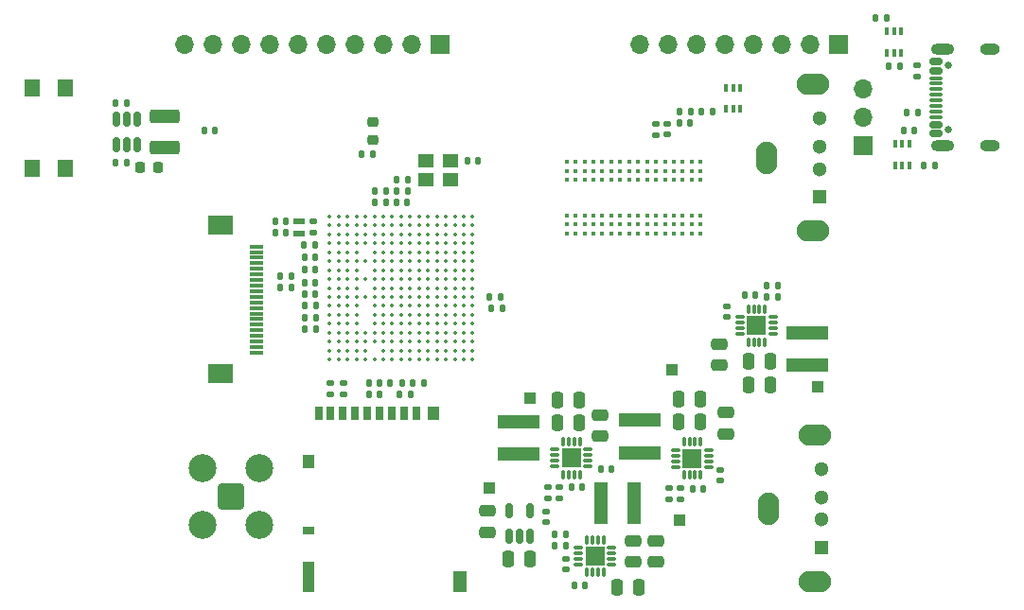
<source format=gbr>
%TF.GenerationSoftware,KiCad,Pcbnew,8.0.6*%
%TF.CreationDate,2025-04-20T13:18:45+02:00*%
%TF.ProjectId,hardware,68617264-7761-4726-952e-6b696361645f,rev?*%
%TF.SameCoordinates,Original*%
%TF.FileFunction,Soldermask,Top*%
%TF.FilePolarity,Negative*%
%FSLAX46Y46*%
G04 Gerber Fmt 4.6, Leading zero omitted, Abs format (unit mm)*
G04 Created by KiCad (PCBNEW 8.0.6) date 2025-04-20 13:18:45*
%MOMM*%
%LPD*%
G01*
G04 APERTURE LIST*
G04 Aperture macros list*
%AMRoundRect*
0 Rectangle with rounded corners*
0 $1 Rounding radius*
0 $2 $3 $4 $5 $6 $7 $8 $9 X,Y pos of 4 corners*
0 Add a 4 corners polygon primitive as box body*
4,1,4,$2,$3,$4,$5,$6,$7,$8,$9,$2,$3,0*
0 Add four circle primitives for the rounded corners*
1,1,$1+$1,$2,$3*
1,1,$1+$1,$4,$5*
1,1,$1+$1,$6,$7*
1,1,$1+$1,$8,$9*
0 Add four rect primitives between the rounded corners*
20,1,$1+$1,$2,$3,$4,$5,0*
20,1,$1+$1,$4,$5,$6,$7,0*
20,1,$1+$1,$6,$7,$8,$9,0*
20,1,$1+$1,$8,$9,$2,$3,0*%
G04 Aperture macros list end*
%ADD10C,0.340000*%
%ADD11RoundRect,0.135000X-0.135000X-0.185000X0.135000X-0.185000X0.135000X0.185000X-0.135000X0.185000X0*%
%ADD12RoundRect,0.140000X-0.140000X-0.170000X0.140000X-0.170000X0.140000X0.170000X-0.140000X0.170000X0*%
%ADD13RoundRect,0.250000X0.475000X-0.250000X0.475000X0.250000X-0.475000X0.250000X-0.475000X-0.250000X0*%
%ADD14RoundRect,0.250000X-0.250000X-0.475000X0.250000X-0.475000X0.250000X0.475000X-0.250000X0.475000X0*%
%ADD15RoundRect,0.140000X-0.170000X0.140000X-0.170000X-0.140000X0.170000X-0.140000X0.170000X0.140000X0*%
%ADD16RoundRect,0.140000X0.140000X0.170000X-0.140000X0.170000X-0.140000X-0.170000X0.140000X-0.170000X0*%
%ADD17RoundRect,0.250000X-0.475000X0.250000X-0.475000X-0.250000X0.475000X-0.250000X0.475000X0.250000X0*%
%ADD18R,3.700000X1.300000*%
%ADD19R,1.300000X3.700000*%
%ADD20RoundRect,0.135000X0.185000X-0.135000X0.185000X0.135000X-0.185000X0.135000X-0.185000X-0.135000X0*%
%ADD21RoundRect,0.135000X-0.185000X0.135000X-0.185000X-0.135000X0.185000X-0.135000X0.185000X0.135000X0*%
%ADD22R,1.000000X1.000000*%
%ADD23O,0.850000X0.280000*%
%ADD24O,0.280000X0.850000*%
%ADD25R,1.700000X1.700000*%
%ADD26R,1.400000X1.200000*%
%ADD27R,1.000000X0.500000*%
%ADD28R,1.300000X1.300000*%
%ADD29C,1.300000*%
%ADD30O,2.900000X1.900000*%
%ADD31O,1.900000X2.900000*%
%ADD32RoundRect,0.140000X0.170000X-0.140000X0.170000X0.140000X-0.170000X0.140000X-0.170000X-0.140000X0*%
%ADD33C,0.399500*%
%ADD34RoundRect,0.135000X0.135000X0.185000X-0.135000X0.185000X-0.135000X-0.185000X0.135000X-0.185000X0*%
%ADD35R,0.700000X1.200000*%
%ADD36R,1.000000X0.800000*%
%ADD37R,1.000000X1.200000*%
%ADD38R,1.000000X2.800000*%
%ADD39R,1.300000X1.900000*%
%ADD40RoundRect,0.250000X0.250000X0.475000X-0.250000X0.475000X-0.250000X-0.475000X0.250000X-0.475000X0*%
%ADD41RoundRect,0.150000X0.150000X-0.512500X0.150000X0.512500X-0.150000X0.512500X-0.150000X-0.512500X0*%
%ADD42RoundRect,0.250000X1.075000X-0.375000X1.075000X0.375000X-1.075000X0.375000X-1.075000X-0.375000X0*%
%ADD43RoundRect,0.100000X-0.100000X0.225000X-0.100000X-0.225000X0.100000X-0.225000X0.100000X0.225000X0*%
%ADD44C,0.650000*%
%ADD45RoundRect,0.150000X0.425000X-0.150000X0.425000X0.150000X-0.425000X0.150000X-0.425000X-0.150000X0*%
%ADD46RoundRect,0.075000X0.500000X-0.075000X0.500000X0.075000X-0.500000X0.075000X-0.500000X-0.075000X0*%
%ADD47O,2.100000X1.000000*%
%ADD48O,1.800000X1.000000*%
%ADD49RoundRect,0.218750X-0.256250X0.218750X-0.256250X-0.218750X0.256250X-0.218750X0.256250X0.218750X0*%
%ADD50R,1.300000X0.300000*%
%ADD51R,2.200000X1.800000*%
%ADD52R,1.400000X1.600000*%
%ADD53O,1.700000X1.700000*%
%ADD54RoundRect,0.100000X0.100000X-0.225000X0.100000X0.225000X-0.100000X0.225000X-0.100000X-0.225000X0*%
%ADD55RoundRect,0.225000X-0.225000X-0.250000X0.225000X-0.250000X0.225000X0.250000X-0.225000X0.250000X0*%
%ADD56RoundRect,0.200100X-0.949900X0.949900X-0.949900X-0.949900X0.949900X-0.949900X0.949900X0.949900X0*%
%ADD57C,2.500000*%
G04 APERTURE END LIST*
D10*
%TO.C,U2*%
X121157200Y-115366000D03*
X120357200Y-115366000D03*
X119557200Y-115366000D03*
X118757200Y-115366000D03*
X117957200Y-115366000D03*
X117157200Y-115366000D03*
X116357200Y-115366000D03*
X115557200Y-115366000D03*
X114757200Y-115366000D03*
X113957200Y-115366000D03*
X113157200Y-115366000D03*
X112357200Y-115366000D03*
X111557200Y-115366000D03*
X110757200Y-115366000D03*
X109957200Y-115366000D03*
X109157200Y-115366000D03*
X108357200Y-115366000D03*
X121157200Y-114566000D03*
X120357200Y-114566000D03*
X119557200Y-114566000D03*
X118757200Y-114566000D03*
X117957200Y-114566000D03*
X117157200Y-114566000D03*
X116357200Y-114566000D03*
X115557200Y-114566000D03*
X114757200Y-114566000D03*
X113957200Y-114566000D03*
X113157200Y-114566000D03*
X111557200Y-114566000D03*
X110757200Y-114566000D03*
X109957200Y-114566000D03*
X109157200Y-114566000D03*
X108357200Y-114566000D03*
X121157200Y-113766000D03*
X120357200Y-113766000D03*
X119557200Y-113766000D03*
X118757200Y-113766000D03*
X117957200Y-113766000D03*
X117157200Y-113766000D03*
X116357200Y-113766000D03*
X115557200Y-113766000D03*
X114757200Y-113766000D03*
X113957200Y-113766000D03*
X113157200Y-113766000D03*
X112357200Y-113766000D03*
X111557200Y-113766000D03*
X110757200Y-113766000D03*
X109957200Y-113766000D03*
X109157200Y-113766000D03*
X108357200Y-113766000D03*
X121157200Y-112966000D03*
X120357200Y-112966000D03*
X119557200Y-112966000D03*
X118757200Y-112966000D03*
X117957200Y-112966000D03*
X117157200Y-112966000D03*
X116357200Y-112966000D03*
X115557200Y-112966000D03*
X114757200Y-112966000D03*
X113957200Y-112966000D03*
X113157200Y-112966000D03*
X112357200Y-112966000D03*
X111557200Y-112966000D03*
X110757200Y-112966000D03*
X109957200Y-112966000D03*
X109157200Y-112966000D03*
X108357200Y-112966000D03*
X121157200Y-112166000D03*
X120357200Y-112166000D03*
X119557200Y-112166000D03*
X118757200Y-112166000D03*
X117957200Y-112166000D03*
X117157200Y-112166000D03*
X116357200Y-112166000D03*
X115557200Y-112166000D03*
X114757200Y-112166000D03*
X113957200Y-112166000D03*
X113157200Y-112166000D03*
X112357200Y-112166000D03*
X110757200Y-112166000D03*
X109957200Y-112166000D03*
X109157200Y-112166000D03*
X108357200Y-112166000D03*
X121157200Y-111366000D03*
X120357200Y-111366000D03*
X119557200Y-111366000D03*
X118757200Y-111366000D03*
X117957200Y-111366000D03*
X117157200Y-111366000D03*
X116357200Y-111366000D03*
X115557200Y-111366000D03*
X114757200Y-111366000D03*
X113957200Y-111366000D03*
X113157200Y-111366000D03*
X112357200Y-111366000D03*
X110757200Y-111366000D03*
X109957200Y-111366000D03*
X109157200Y-111366000D03*
X108357200Y-111366000D03*
X121157200Y-110566000D03*
X120357200Y-110566000D03*
X119557200Y-110566000D03*
X118757200Y-110566000D03*
X117957200Y-110566000D03*
X117157200Y-110566000D03*
X116357200Y-110566000D03*
X115557200Y-110566000D03*
X114757200Y-110566000D03*
X113957200Y-110566000D03*
X113157200Y-110566000D03*
X112357200Y-110566000D03*
X110757200Y-110566000D03*
X109957200Y-110566000D03*
X109157200Y-110566000D03*
X108357200Y-110566000D03*
X121157200Y-109766000D03*
X120357200Y-109766000D03*
X119557200Y-109766000D03*
X118757200Y-109766000D03*
X117957200Y-109766000D03*
X117157200Y-109766000D03*
X116357200Y-109766000D03*
X115557200Y-109766000D03*
X114757200Y-109766000D03*
X113957200Y-109766000D03*
X113157200Y-109766000D03*
X112357200Y-109766000D03*
X111557200Y-109766000D03*
X110757200Y-109766000D03*
X109957200Y-109766000D03*
X109157200Y-109766000D03*
X108357200Y-109766000D03*
X121157200Y-108966000D03*
X120357200Y-108966000D03*
X119557200Y-108966000D03*
X118757200Y-108966000D03*
X117957200Y-108966000D03*
X117157200Y-108966000D03*
X116357200Y-108966000D03*
X115557200Y-108966000D03*
X114757200Y-108966000D03*
X113957200Y-108966000D03*
X113157200Y-108966000D03*
X112357200Y-108966000D03*
X110757200Y-108966000D03*
X109957200Y-108966000D03*
X109157200Y-108966000D03*
X108357200Y-108966000D03*
X121157200Y-108166000D03*
X120357200Y-108166000D03*
X119557200Y-108166000D03*
X118757200Y-108166000D03*
X117957200Y-108166000D03*
X117157200Y-108166000D03*
X116357200Y-108166000D03*
X115557200Y-108166000D03*
X114757200Y-108166000D03*
X113957200Y-108166000D03*
X113157200Y-108166000D03*
X112357200Y-108166000D03*
X111557200Y-108166000D03*
X110757200Y-108166000D03*
X109957200Y-108166000D03*
X109157200Y-108166000D03*
X108357200Y-108166000D03*
X121157200Y-107366000D03*
X120357200Y-107366000D03*
X119557200Y-107366000D03*
X118757200Y-107366000D03*
X117957200Y-107366000D03*
X117157200Y-107366000D03*
X116357200Y-107366000D03*
X115557200Y-107366000D03*
X114757200Y-107366000D03*
X113957200Y-107366000D03*
X113157200Y-107366000D03*
X112357200Y-107366000D03*
X110757200Y-107366000D03*
X109957200Y-107366000D03*
X109157200Y-107366000D03*
X108357200Y-107366000D03*
X121157200Y-106566000D03*
X120357200Y-106566000D03*
X119557200Y-106566000D03*
X118757200Y-106566000D03*
X117957200Y-106566000D03*
X117157200Y-106566000D03*
X116357200Y-106566000D03*
X115557200Y-106566000D03*
X114757200Y-106566000D03*
X113957200Y-106566000D03*
X113157200Y-106566000D03*
X112357200Y-106566000D03*
X111557200Y-106566000D03*
X110757200Y-106566000D03*
X109957200Y-106566000D03*
X109157200Y-106566000D03*
X108357200Y-106566000D03*
X121157200Y-105766000D03*
X120357200Y-105766000D03*
X119557200Y-105766000D03*
X118757200Y-105766000D03*
X117957200Y-105766000D03*
X117157200Y-105766000D03*
X116357200Y-105766000D03*
X115557200Y-105766000D03*
X114757200Y-105766000D03*
X113957200Y-105766000D03*
X113157200Y-105766000D03*
X112357200Y-105766000D03*
X110757200Y-105766000D03*
X109957200Y-105766000D03*
X109157200Y-105766000D03*
X108357200Y-105766000D03*
X121157200Y-104966000D03*
X120357200Y-104966000D03*
X119557200Y-104966000D03*
X118757200Y-104966000D03*
X117957200Y-104966000D03*
X117157200Y-104966000D03*
X116357200Y-104966000D03*
X115557200Y-104966000D03*
X114757200Y-104966000D03*
X113957200Y-104966000D03*
X113157200Y-104966000D03*
X112357200Y-104966000D03*
X111557200Y-104966000D03*
X110757200Y-104966000D03*
X109957200Y-104966000D03*
X109157200Y-104966000D03*
X108357200Y-104966000D03*
X121157200Y-104166000D03*
X120357200Y-104166000D03*
X119557200Y-104166000D03*
X118757200Y-104166000D03*
X117957200Y-104166000D03*
X117157200Y-104166000D03*
X116357200Y-104166000D03*
X115557200Y-104166000D03*
X114757200Y-104166000D03*
X113957200Y-104166000D03*
X113157200Y-104166000D03*
X112357200Y-104166000D03*
X111557200Y-104166000D03*
X110757200Y-104166000D03*
X109957200Y-104166000D03*
X109157200Y-104166000D03*
X108357200Y-104166000D03*
X121157200Y-103366000D03*
X120357200Y-103366000D03*
X119557200Y-103366000D03*
X118757200Y-103366000D03*
X117957200Y-103366000D03*
X117157200Y-103366000D03*
X116357200Y-103366000D03*
X115557200Y-103366000D03*
X114757200Y-103366000D03*
X113957200Y-103366000D03*
X113157200Y-103366000D03*
X112357200Y-103366000D03*
X111557200Y-103366000D03*
X110757200Y-103366000D03*
X109957200Y-103366000D03*
X109157200Y-103366000D03*
X108357200Y-103366000D03*
X121157200Y-102566000D03*
X120357200Y-102566000D03*
X119557200Y-102566000D03*
X118757200Y-102566000D03*
X117957200Y-102566000D03*
X117157200Y-102566000D03*
X116357200Y-102566000D03*
X115557200Y-102566000D03*
X114757200Y-102566000D03*
X113957200Y-102566000D03*
X113157200Y-102566000D03*
X112357200Y-102566000D03*
X111557200Y-102566000D03*
X110757200Y-102566000D03*
X109957200Y-102566000D03*
X109157200Y-102566000D03*
X108357200Y-102566000D03*
%TD*%
D11*
%TO.C,R1*%
X139634500Y-93179900D03*
X140654500Y-93179900D03*
%TD*%
%TO.C,R2*%
X141579100Y-93176000D03*
X142599100Y-93176000D03*
%TD*%
D12*
%TO.C,C4*%
X112410300Y-101295200D03*
X113370300Y-101295200D03*
%TD*%
%TO.C,C5*%
X114353400Y-101295200D03*
X115313400Y-101295200D03*
%TD*%
D11*
%TO.C,R4*%
X112383480Y-100277840D03*
X113403480Y-100277840D03*
%TD*%
%TO.C,R5*%
X114323400Y-100279200D03*
X115343400Y-100279200D03*
%TD*%
D13*
%TO.C,C11*%
X132575300Y-122222300D03*
X132575300Y-120322300D03*
%TD*%
D12*
%TO.C,C12*%
X129999800Y-126771400D03*
X130959800Y-126771400D03*
%TD*%
%TO.C,C13*%
X132616000Y-125145800D03*
X133576000Y-125145800D03*
%TD*%
D14*
%TO.C,C14*%
X128742400Y-121018300D03*
X130642400Y-121018300D03*
%TD*%
%TO.C,C15*%
X128742400Y-118986300D03*
X130642400Y-118986300D03*
%TD*%
D13*
%TO.C,C16*%
X143840200Y-122031800D03*
X143840200Y-120131800D03*
%TD*%
D14*
%TO.C,C17*%
X134091600Y-135763000D03*
X135991600Y-135763000D03*
%TD*%
D12*
%TO.C,C18*%
X140820200Y-126949200D03*
X141780200Y-126949200D03*
%TD*%
D15*
%TO.C,C19*%
X143319500Y-125250000D03*
X143319500Y-126210000D03*
%TD*%
%TO.C,C20*%
X129463800Y-133225600D03*
X129463800Y-134185600D03*
%TD*%
D16*
%TO.C,C21*%
X131191000Y-135585200D03*
X130231000Y-135585200D03*
%TD*%
D14*
%TO.C,C22*%
X139608520Y-118872000D03*
X141508520Y-118872000D03*
%TD*%
D17*
%TO.C,C23*%
X135483600Y-131612600D03*
X135483600Y-133512600D03*
%TD*%
D14*
%TO.C,C24*%
X139613600Y-120904000D03*
X141513600Y-120904000D03*
%TD*%
D17*
%TO.C,C25*%
X137541000Y-131612600D03*
X137541000Y-133512600D03*
%TD*%
D18*
%TO.C,L2*%
X125234700Y-123810600D03*
X125234700Y-120910600D03*
%TD*%
%TO.C,L3*%
X136118600Y-123700200D03*
X136118600Y-120800200D03*
%TD*%
D19*
%TO.C,L4*%
X132662000Y-128200000D03*
X135562000Y-128200000D03*
%TD*%
D20*
%TO.C,R11*%
X138734800Y-127891000D03*
X138734800Y-126871000D03*
%TD*%
D21*
%TO.C,R12*%
X139750800Y-126871000D03*
X139750800Y-127891000D03*
%TD*%
D11*
%TO.C,R13*%
X128496600Y-131038600D03*
X129516600Y-131038600D03*
%TD*%
D22*
%TO.C,TP13*%
X126300000Y-118800000D03*
%TD*%
%TO.C,TP15*%
X139000000Y-116300000D03*
%TD*%
%TO.C,TP16*%
X139649200Y-129743200D03*
%TD*%
D23*
%TO.C,U4*%
X128521460Y-123417900D03*
X128521460Y-123917900D03*
X128521460Y-124417900D03*
X128521460Y-124917900D03*
D24*
X129247200Y-125643640D03*
X129747200Y-125643640D03*
X130247200Y-125643640D03*
X130747200Y-125643640D03*
D23*
X131472940Y-124917900D03*
X131472940Y-124417900D03*
X131472940Y-123917900D03*
X131472940Y-123417900D03*
D24*
X130747200Y-122692160D03*
X130247200Y-122692160D03*
X129747200Y-122692160D03*
X129247200Y-122692160D03*
D25*
X129997200Y-124167900D03*
%TD*%
D23*
%TO.C,U5*%
X139324080Y-123470160D03*
X139324080Y-123970160D03*
X139324080Y-124470160D03*
X139324080Y-124970160D03*
D24*
X140049820Y-125695900D03*
X140549820Y-125695900D03*
X141049820Y-125695900D03*
X141549820Y-125695900D03*
D23*
X142275560Y-124970160D03*
X142275560Y-124470160D03*
X142275560Y-123970160D03*
X142275560Y-123470160D03*
D24*
X141549820Y-122744420D03*
X141049820Y-122744420D03*
X140549820Y-122744420D03*
X140049820Y-122744420D03*
D25*
X140799820Y-124220160D03*
%TD*%
D24*
%TO.C,U6*%
X132850320Y-131483100D03*
X132350320Y-131483100D03*
X131850320Y-131483100D03*
X131350320Y-131483100D03*
D23*
X130624580Y-132208840D03*
X130624580Y-132708840D03*
X130624580Y-133208840D03*
X130624580Y-133708840D03*
D24*
X131350320Y-134434580D03*
X131850320Y-134434580D03*
X132350320Y-134434580D03*
X132850320Y-134434580D03*
D23*
X133576060Y-133708840D03*
X133576060Y-133208840D03*
X133576060Y-132708840D03*
X133576060Y-132208840D03*
D25*
X132100320Y-132958840D03*
%TD*%
D14*
%TO.C,C26*%
X124373600Y-133200000D03*
X126273600Y-133200000D03*
%TD*%
D15*
%TO.C,C27*%
X127685800Y-128983800D03*
X127685800Y-129943800D03*
%TD*%
D17*
%TO.C,C28*%
X122453400Y-128920200D03*
X122453400Y-130820200D03*
%TD*%
D22*
%TO.C,TP18*%
X122600000Y-126900000D03*
%TD*%
D16*
%TO.C,C29*%
X107109200Y-111633000D03*
X106149200Y-111633000D03*
%TD*%
%TO.C,C30*%
X107109200Y-112623600D03*
X106149200Y-112623600D03*
%TD*%
%TO.C,C33*%
X107058400Y-107300000D03*
X106098400Y-107300000D03*
%TD*%
D26*
%TO.C,Y1*%
X116933800Y-99249600D03*
X119133800Y-99249600D03*
X119133800Y-97549600D03*
X116933800Y-97549600D03*
%TD*%
D12*
%TO.C,C95*%
X103497440Y-104000000D03*
X104457440Y-104000000D03*
%TD*%
%TO.C,C96*%
X103497440Y-102961440D03*
X104457440Y-102961440D03*
%TD*%
%TO.C,C97*%
X120685680Y-97530920D03*
X121645680Y-97530920D03*
%TD*%
D16*
%TO.C,C98*%
X115318480Y-99247960D03*
X114358480Y-99247960D03*
%TD*%
D12*
%TO.C,C100*%
X106098400Y-106217720D03*
X107058400Y-106217720D03*
%TD*%
D16*
%TO.C,C101*%
X107109200Y-110540800D03*
X106149200Y-110540800D03*
%TD*%
%TO.C,C103*%
X107083800Y-109474000D03*
X106123800Y-109474000D03*
%TD*%
%TO.C,C104*%
X107083800Y-108483400D03*
X106123800Y-108483400D03*
%TD*%
D20*
%TO.C,R29*%
X106928920Y-104015000D03*
X106928920Y-102995000D03*
%TD*%
D27*
%TO.C,Y2*%
X105640840Y-104060160D03*
X105640840Y-102960160D03*
%TD*%
D28*
%TO.C,J2*%
X152385000Y-132200000D03*
D29*
X152385000Y-129700000D03*
X152385000Y-127700000D03*
X152385000Y-125200000D03*
D30*
X151785000Y-135270000D03*
D31*
X147605000Y-128700000D03*
D30*
X151785000Y-122130000D03*
%TD*%
D11*
%TO.C,R27*%
X122781600Y-110744000D03*
X123801600Y-110744000D03*
%TD*%
%TO.C,R28*%
X122629200Y-109728000D03*
X123649200Y-109728000D03*
%TD*%
D32*
%TO.C,C3*%
X138569700Y-95222000D03*
X138569700Y-94262000D03*
%TD*%
D21*
%TO.C,R3*%
X137566400Y-94232000D03*
X137566400Y-95252000D03*
%TD*%
D33*
%TO.C,U1*%
X129553200Y-104063200D03*
X129553200Y-103263200D03*
X129553200Y-102463200D03*
X129553200Y-99263200D03*
X129553200Y-98463200D03*
X129553200Y-97663200D03*
X130353200Y-104063200D03*
X130353200Y-103263200D03*
X130353200Y-102463200D03*
X130353200Y-99263200D03*
X130353200Y-98463200D03*
X130353200Y-97663200D03*
X131153200Y-104063200D03*
X131153200Y-103263200D03*
X131153200Y-102463200D03*
X131153200Y-99263200D03*
X131153200Y-98463200D03*
X131153200Y-97663200D03*
X131953200Y-104063200D03*
X131953200Y-103263200D03*
X131953200Y-102463200D03*
X131953200Y-99263200D03*
X131953200Y-98463200D03*
X131953200Y-97663200D03*
X132753200Y-104063200D03*
X132753200Y-103263200D03*
X132753200Y-102463200D03*
X132753200Y-99263200D03*
X132753200Y-98463200D03*
X132753200Y-97663200D03*
X133553200Y-104063200D03*
X133553200Y-103263200D03*
X133553200Y-102463200D03*
X133553200Y-99263200D03*
X133553200Y-98463200D03*
X133553200Y-97663200D03*
X134353200Y-104063200D03*
X134353200Y-103263200D03*
X134353200Y-102463200D03*
X134353200Y-99263200D03*
X134353200Y-98463200D03*
X134353200Y-97663200D03*
X135153200Y-104063200D03*
X135153200Y-103263200D03*
X135153200Y-102463200D03*
X135153200Y-99263200D03*
X135153200Y-98463200D03*
X135153200Y-97663200D03*
X135953200Y-104063200D03*
X135953200Y-103263200D03*
X135953200Y-102463200D03*
X135953200Y-99263200D03*
X135953200Y-98463200D03*
X135953200Y-97663200D03*
X136753200Y-104063200D03*
X136753200Y-103263200D03*
X136753200Y-102463200D03*
X136753200Y-99263200D03*
X136753200Y-98463200D03*
X136753200Y-97663200D03*
X137553200Y-104063200D03*
X137553200Y-103263200D03*
X137553200Y-102463200D03*
X137553200Y-99263200D03*
X137553200Y-98463200D03*
X137553200Y-97663200D03*
X138353200Y-104063200D03*
X138353200Y-103263200D03*
X138353200Y-102463200D03*
X138353200Y-99263200D03*
X138353200Y-98463200D03*
X138353200Y-97663200D03*
X139153200Y-104063200D03*
X139153200Y-103263200D03*
X139153200Y-102463200D03*
X139153200Y-99263200D03*
X139153200Y-98463200D03*
X139153200Y-97663200D03*
X139953200Y-104063200D03*
X139953200Y-103263200D03*
X139953200Y-102463200D03*
X139953200Y-99263200D03*
X139953200Y-98463200D03*
X139953200Y-97663200D03*
X140753200Y-104063200D03*
X140753200Y-103263200D03*
X140753200Y-102463200D03*
X140753200Y-99263200D03*
X140753200Y-98463200D03*
X140753200Y-97663200D03*
X141553200Y-104063200D03*
X141553200Y-103263200D03*
X141553200Y-102463200D03*
X141553200Y-99263200D03*
X141553200Y-98463200D03*
X141553200Y-97663200D03*
%TD*%
D28*
%TO.C,J3*%
X152200000Y-100800000D03*
D29*
X152200000Y-98300000D03*
X152200000Y-96300000D03*
X152200000Y-93800000D03*
D30*
X151600000Y-103870000D03*
D31*
X147420000Y-97300000D03*
D30*
X151600000Y-90730000D03*
%TD*%
D20*
%TO.C,R9*%
X127914400Y-127789400D03*
X127914400Y-126769400D03*
%TD*%
D21*
%TO.C,R10*%
X128930400Y-126769400D03*
X128930400Y-127789400D03*
%TD*%
D34*
%TO.C,R31*%
X107101100Y-105143300D03*
X106081100Y-105143300D03*
%TD*%
D16*
%TO.C,C102*%
X104922260Y-107927140D03*
X103962260Y-107927140D03*
%TD*%
D11*
%TO.C,R32*%
X103909400Y-108915200D03*
X104929400Y-108915200D03*
%TD*%
D16*
%TO.C,C93*%
X112860000Y-118500000D03*
X111900000Y-118500000D03*
%TD*%
%TO.C,C94*%
X112860000Y-117500000D03*
X111900000Y-117500000D03*
%TD*%
D35*
%TO.C,J1*%
X116084400Y-120164000D03*
X114984400Y-120164000D03*
X113884400Y-120164000D03*
X112784400Y-120164000D03*
X111684400Y-120164000D03*
X110584400Y-120164000D03*
X109484400Y-120164000D03*
X108384400Y-120164000D03*
X107434400Y-120164000D03*
D36*
X106484400Y-130664000D03*
D37*
X106484400Y-124464000D03*
D38*
X106484400Y-134814000D03*
D37*
X117634400Y-120164000D03*
D39*
X119984400Y-135264000D03*
%TD*%
D18*
%TO.C,L1*%
X151130000Y-112977000D03*
X151130000Y-115877000D03*
%TD*%
D40*
%TO.C,C9*%
X147762000Y-115544600D03*
X145862000Y-115544600D03*
%TD*%
D23*
%TO.C,U3*%
X148033740Y-113078960D03*
X148033740Y-112578960D03*
X148033740Y-112078960D03*
X148033740Y-111578960D03*
D24*
X147308000Y-110853220D03*
X146808000Y-110853220D03*
X146308000Y-110853220D03*
X145808000Y-110853220D03*
D23*
X145082260Y-111578960D03*
X145082260Y-112078960D03*
X145082260Y-112578960D03*
X145082260Y-113078960D03*
D24*
X145808000Y-113804700D03*
X146308000Y-113804700D03*
X146808000Y-113804700D03*
X147308000Y-113804700D03*
D25*
X146558000Y-112328960D03*
%TD*%
D34*
%TO.C,R7*%
X148465000Y-108737400D03*
X147445000Y-108737400D03*
%TD*%
D11*
%TO.C,R8*%
X147445000Y-109728000D03*
X148465000Y-109728000D03*
%TD*%
D22*
%TO.C,TP14*%
X152000000Y-117800000D03*
%TD*%
D40*
%TO.C,C10*%
X147762000Y-117602000D03*
X145862000Y-117602000D03*
%TD*%
D17*
%TO.C,C6*%
X143230600Y-113985000D03*
X143230600Y-115885000D03*
%TD*%
D16*
%TO.C,C7*%
X146453800Y-109626400D03*
X145493800Y-109626400D03*
%TD*%
D32*
%TO.C,C8*%
X143891000Y-111528800D03*
X143891000Y-110568800D03*
%TD*%
D12*
%TO.C,C1*%
X139664500Y-94183200D03*
X140624500Y-94183200D03*
%TD*%
D41*
%TO.C,U7*%
X124383760Y-131149940D03*
X125333760Y-131149940D03*
X126283760Y-131149940D03*
X126283760Y-128874940D03*
X124383760Y-128874940D03*
%TD*%
D34*
%TO.C,R14*%
X129516600Y-132054600D03*
X128496600Y-132054600D03*
%TD*%
D20*
%TO.C,R41*%
X108400000Y-118510000D03*
X108400000Y-117490000D03*
%TD*%
D34*
%TO.C,R25*%
X115610000Y-118500000D03*
X114590000Y-118500000D03*
%TD*%
D42*
%TO.C,L6*%
X93600000Y-96375000D03*
X93600000Y-93575000D03*
%TD*%
D20*
%TO.C,R42*%
X109600000Y-118510000D03*
X109600000Y-117490000D03*
%TD*%
D34*
%TO.C,R24*%
X116810000Y-117500000D03*
X115790000Y-117500000D03*
%TD*%
D12*
%TO.C,C57*%
X161520000Y-98000000D03*
X162480000Y-98000000D03*
%TD*%
D43*
%TO.C,U11*%
X160232500Y-96090000D03*
X159582500Y-96090000D03*
X158932500Y-96090000D03*
X158932500Y-97990000D03*
X159582500Y-97990000D03*
X160232500Y-97990000D03*
%TD*%
D44*
%TO.C,J5*%
X163720000Y-94810000D03*
X163720000Y-89030000D03*
D45*
X162645000Y-95120000D03*
X162645000Y-94320000D03*
D46*
X162645000Y-93170000D03*
X162645000Y-92170000D03*
X162645000Y-91670000D03*
X162645000Y-90670000D03*
D45*
X162645000Y-89520000D03*
X162645000Y-88720000D03*
X162645000Y-88720000D03*
X162645000Y-89520000D03*
D46*
X162645000Y-90170000D03*
X162645000Y-91170000D03*
X162645000Y-92670000D03*
X162645000Y-93670000D03*
D45*
X162645000Y-94320000D03*
X162645000Y-95120000D03*
D47*
X163220000Y-96240000D03*
D48*
X167400000Y-96240000D03*
D47*
X163220000Y-87600000D03*
D48*
X167400000Y-87600000D03*
%TD*%
D43*
%TO.C,U15*%
X145100000Y-91050000D03*
X144450000Y-91050000D03*
X143800000Y-91050000D03*
X143800000Y-92950000D03*
X144450000Y-92950000D03*
X145100000Y-92950000D03*
%TD*%
D49*
%TO.C,D1*%
X112200000Y-94112500D03*
X112200000Y-95687500D03*
%TD*%
D50*
%TO.C,J8*%
X101850000Y-105250000D03*
X101850000Y-105750000D03*
X101850000Y-106250000D03*
X101850000Y-106750000D03*
X101850000Y-107250000D03*
X101850000Y-107750000D03*
X101850000Y-108250000D03*
X101850000Y-108750000D03*
X101850000Y-109250000D03*
X101850000Y-109750000D03*
X101850000Y-110250000D03*
X101850000Y-110750000D03*
X101850000Y-111250000D03*
X101850000Y-111750000D03*
X101850000Y-112250000D03*
X101850000Y-112750000D03*
X101850000Y-113250000D03*
X101850000Y-113750000D03*
X101850000Y-114250000D03*
X101850000Y-114750000D03*
D51*
X98600000Y-103350000D03*
X98600000Y-116650000D03*
%TD*%
D52*
%TO.C,SW1*%
X81750000Y-98280000D03*
X81750000Y-91080000D03*
X84750000Y-98280000D03*
X84750000Y-91080000D03*
%TD*%
D11*
%TO.C,R43*%
X159950000Y-93270000D03*
X160970000Y-93270000D03*
%TD*%
%TO.C,R45*%
X111190000Y-97000000D03*
X112210000Y-97000000D03*
%TD*%
%TO.C,R20*%
X89190000Y-92375000D03*
X90210000Y-92375000D03*
%TD*%
D25*
%TO.C,J10*%
X156100000Y-96200000D03*
D53*
X156100000Y-93660000D03*
X156100000Y-91120000D03*
%TD*%
D34*
%TO.C,R21*%
X90210000Y-97700000D03*
X89190000Y-97700000D03*
%TD*%
D21*
%TO.C,R44*%
X160900000Y-88990000D03*
X160900000Y-90010000D03*
%TD*%
D34*
%TO.C,R22*%
X114810000Y-117500000D03*
X113790000Y-117500000D03*
%TD*%
D54*
%TO.C,U12*%
X158200000Y-87890000D03*
X158850000Y-87890000D03*
X159500000Y-87890000D03*
X159500000Y-85990000D03*
X158850000Y-85990000D03*
X158200000Y-85990000D03*
%TD*%
D12*
%TO.C,C34*%
X97120000Y-94900000D03*
X98080000Y-94900000D03*
%TD*%
%TO.C,C52*%
X158410000Y-89090000D03*
X159370000Y-89090000D03*
%TD*%
D55*
%TO.C,C35*%
X91425000Y-98175000D03*
X92975000Y-98175000D03*
%TD*%
D41*
%TO.C,U9*%
X89250000Y-96112500D03*
X90200000Y-96112500D03*
X91150000Y-96112500D03*
X91150000Y-93837500D03*
X90200000Y-93837500D03*
X89250000Y-93837500D03*
%TD*%
D16*
%TO.C,C58*%
X158180000Y-84790000D03*
X157220000Y-84790000D03*
%TD*%
%TO.C,C51*%
X160680000Y-94900000D03*
X159720000Y-94900000D03*
%TD*%
D25*
%TO.C,J6*%
X118280000Y-87200000D03*
D53*
X115740000Y-87200000D03*
X113200000Y-87200000D03*
X110660000Y-87200000D03*
X108120000Y-87200000D03*
X105580000Y-87200000D03*
X103040000Y-87200000D03*
X100500000Y-87200000D03*
X97960000Y-87200000D03*
X95420000Y-87200000D03*
%TD*%
D25*
%TO.C,J4*%
X153860000Y-87200000D03*
D53*
X151320000Y-87200000D03*
X148780000Y-87200000D03*
X146240000Y-87200000D03*
X143700000Y-87200000D03*
X141160000Y-87200000D03*
X138620000Y-87200000D03*
X136080000Y-87200000D03*
%TD*%
D56*
%TO.C,J7*%
X99500000Y-127600000D03*
D57*
X102040000Y-125060000D03*
X96960000Y-125060000D03*
X102040000Y-130140000D03*
X96960000Y-130140000D03*
%TD*%
M02*

</source>
